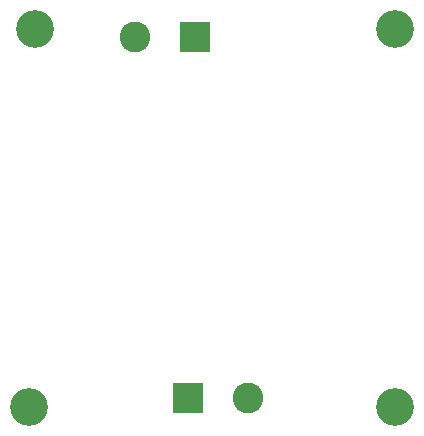
<source format=gbr>
%TF.GenerationSoftware,KiCad,Pcbnew,(5.99.0-10209-gdc0cf3b802)*%
%TF.CreationDate,2021-04-10T19:11:07+02:00*%
%TF.ProjectId,BUCK_LMR33630,4255434b-5f4c-44d5-9233-333633302e6b,rev?*%
%TF.SameCoordinates,Original*%
%TF.FileFunction,Soldermask,Bot*%
%TF.FilePolarity,Negative*%
%FSLAX46Y46*%
G04 Gerber Fmt 4.6, Leading zero omitted, Abs format (unit mm)*
G04 Created by KiCad (PCBNEW (5.99.0-10209-gdc0cf3b802)) date 2021-04-10 19:11:07*
%MOMM*%
%LPD*%
G01*
G04 APERTURE LIST*
%ADD10C,3.200000*%
%ADD11R,2.600000X2.600000*%
%ADD12C,2.600000*%
G04 APERTURE END LIST*
D10*
%TO.C,H3*%
X104500000Y-64000000D03*
%TD*%
%TO.C,H1*%
X104000000Y-96000000D03*
%TD*%
D11*
%TO.C,J2*%
X118045000Y-64695000D03*
D12*
X112965000Y-64695000D03*
%TD*%
D10*
%TO.C,H4*%
X135000000Y-64000000D03*
%TD*%
%TO.C,H2*%
X135000000Y-96000000D03*
%TD*%
D11*
%TO.C,J1*%
X117455000Y-95305000D03*
D12*
X122535000Y-95305000D03*
%TD*%
M02*

</source>
